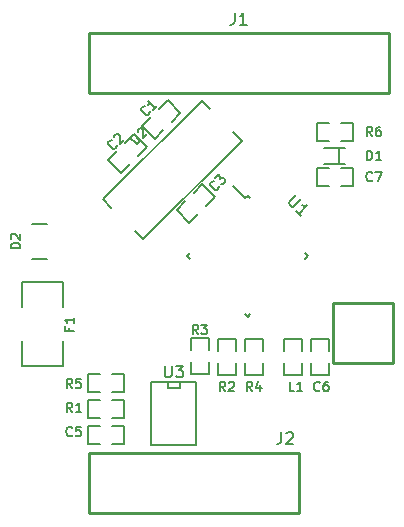
<source format=gbr>
G04 #@! TF.GenerationSoftware,KiCad,Pcbnew,5.0.2-bee76a0~70~ubuntu18.04.1*
G04 #@! TF.CreationDate,2019-03-07T19:49:32+01:00*
G04 #@! TF.ProjectId,bus-module_atmega328,6275732d-6d6f-4647-956c-655f61746d65,C*
G04 #@! TF.SameCoordinates,Original*
G04 #@! TF.FileFunction,Legend,Top*
G04 #@! TF.FilePolarity,Positive*
%FSLAX46Y46*%
G04 Gerber Fmt 4.6, Leading zero omitted, Abs format (unit mm)*
G04 Created by KiCad (PCBNEW 5.0.2-bee76a0~70~ubuntu18.04.1) date Do 07 Mär 2019 19:49:32 CET*
%MOMM*%
%LPD*%
G01*
G04 APERTURE LIST*
%ADD10C,0.150000*%
%ADD11C,0.254000*%
G04 APERTURE END LIST*
D10*
G04 #@! TO.C,U1*
X100520190Y-93603286D02*
X99512563Y-92595658D01*
X105876524Y-98500000D02*
X105646714Y-98270190D01*
X100750000Y-103626524D02*
X100520190Y-103396714D01*
X95623476Y-98500000D02*
X95853286Y-98729810D01*
X100750000Y-93373476D02*
X100979810Y-93603286D01*
X95623476Y-98500000D02*
X95853286Y-98270190D01*
X100750000Y-103626524D02*
X100979810Y-103396714D01*
X105876524Y-98500000D02*
X105646714Y-98729810D01*
X100750000Y-93373476D02*
X100520190Y-93603286D01*
G04 #@! TO.C,C3*
X97976965Y-93500666D02*
X97258545Y-94219086D01*
X96899334Y-92423035D02*
X97976965Y-93500666D01*
X96180914Y-93141455D02*
X96899334Y-92423035D01*
X94744073Y-94578296D02*
X95462493Y-93859876D01*
X95821704Y-95655927D02*
X94744073Y-94578296D01*
X96540124Y-94937507D02*
X95821704Y-95655927D01*
G04 #@! TO.C,C6*
X106101000Y-108556000D02*
X106101000Y-107540000D01*
X107625000Y-108556000D02*
X106101000Y-108556000D01*
X107625000Y-107540000D02*
X107625000Y-108556000D01*
X107625000Y-105508000D02*
X107625000Y-106524000D01*
X106101000Y-105508000D02*
X107625000Y-105508000D01*
X106101000Y-106524000D02*
X106101000Y-105508000D01*
G04 #@! TO.C,C5*
X90251500Y-114372000D02*
X89235500Y-114372000D01*
X90251500Y-112848000D02*
X90251500Y-114372000D01*
X89235500Y-112848000D02*
X90251500Y-112848000D01*
X87203500Y-112848000D02*
X88219500Y-112848000D01*
X87203500Y-114372000D02*
X87203500Y-112848000D01*
X88219500Y-114372000D02*
X87203500Y-114372000D01*
G04 #@! TO.C,C7*
X109657000Y-92554000D02*
X108641000Y-92554000D01*
X109657000Y-91030000D02*
X109657000Y-92554000D01*
X108641000Y-91030000D02*
X109657000Y-91030000D01*
X106609000Y-91030000D02*
X107625000Y-91030000D01*
X106609000Y-92554000D02*
X106609000Y-91030000D01*
X107625000Y-92554000D02*
X106609000Y-92554000D01*
G04 #@! TO.C,C2*
X92191446Y-89271185D02*
X91473026Y-89989605D01*
X91113815Y-88193554D02*
X92191446Y-89271185D01*
X90395395Y-88911974D02*
X91113815Y-88193554D01*
X88958554Y-90348815D02*
X89676974Y-89630395D01*
X90036185Y-91426446D02*
X88958554Y-90348815D01*
X90754605Y-90708026D02*
X90036185Y-91426446D01*
G04 #@! TO.C,C1*
X91832073Y-87475296D02*
X92550493Y-86756876D01*
X92909704Y-88552927D02*
X91832073Y-87475296D01*
X93628124Y-87834507D02*
X92909704Y-88552927D01*
X95064965Y-86397666D02*
X94346545Y-87116086D01*
X93987334Y-85320035D02*
X95064965Y-86397666D01*
X93268914Y-86038455D02*
X93987334Y-85320035D01*
G04 #@! TO.C,L1*
X105339000Y-105508000D02*
X105339000Y-106524000D01*
X103815000Y-105508000D02*
X105339000Y-105508000D01*
X103815000Y-106524000D02*
X103815000Y-105508000D01*
X103815000Y-108556000D02*
X103815000Y-107540000D01*
X105339000Y-108556000D02*
X103815000Y-108556000D01*
X105339000Y-107540000D02*
X105339000Y-108556000D01*
G04 #@! TO.C,R4*
X100488000Y-108534000D02*
X100488000Y-107518000D01*
X102012000Y-108534000D02*
X100488000Y-108534000D01*
X102012000Y-107518000D02*
X102012000Y-108534000D01*
X102012000Y-105486000D02*
X102012000Y-106502000D01*
X100488000Y-105486000D02*
X102012000Y-105486000D01*
X100488000Y-106502000D02*
X100488000Y-105486000D01*
G04 #@! TO.C,R2*
X98238000Y-108534000D02*
X98238000Y-107518000D01*
X99762000Y-108534000D02*
X98238000Y-108534000D01*
X99762000Y-107518000D02*
X99762000Y-108534000D01*
X99762000Y-105486000D02*
X99762000Y-106502000D01*
X98238000Y-105486000D02*
X99762000Y-105486000D01*
X98238000Y-106502000D02*
X98238000Y-105486000D01*
G04 #@! TO.C,R3*
X95988000Y-108486500D02*
X95988000Y-107470500D01*
X97512000Y-108486500D02*
X95988000Y-108486500D01*
X97512000Y-107470500D02*
X97512000Y-108486500D01*
X97512000Y-105438500D02*
X97512000Y-106454500D01*
X95988000Y-105438500D02*
X97512000Y-105438500D01*
X95988000Y-106454500D02*
X95988000Y-105438500D01*
G04 #@! TO.C,U3*
X96405000Y-114477000D02*
X92595000Y-114477000D01*
X93992000Y-109651000D02*
X93992000Y-109143000D01*
X95008000Y-109651000D02*
X93992000Y-109651000D01*
X95008000Y-109143000D02*
X95008000Y-109651000D01*
X96405000Y-109143000D02*
X92722000Y-109143000D01*
X96405000Y-114477000D02*
X96405000Y-109143000D01*
X92595000Y-109143000D02*
X92595000Y-114477000D01*
X92722000Y-109143000D02*
X92595000Y-109143000D01*
D11*
G04 #@! TO.C,J1*
X87305000Y-84680000D02*
X112705000Y-84680000D01*
X87305000Y-79600000D02*
X112705000Y-79600000D01*
X112705000Y-79600000D02*
X112705000Y-84680000D01*
X87305000Y-84680000D02*
X87305000Y-79600000D01*
D10*
G04 #@! TO.C,R6*
X106609000Y-87220000D02*
X107625000Y-87220000D01*
X106609000Y-88744000D02*
X106609000Y-87220000D01*
X107625000Y-88744000D02*
X106609000Y-88744000D01*
X109657000Y-88744000D02*
X108641000Y-88744000D01*
X109657000Y-87220000D02*
X109657000Y-88744000D01*
X108641000Y-87220000D02*
X109657000Y-87220000D01*
G04 #@! TO.C,R5*
X90299000Y-109972000D02*
X89283000Y-109972000D01*
X90299000Y-108448000D02*
X90299000Y-109972000D01*
X89283000Y-108448000D02*
X90299000Y-108448000D01*
X87251000Y-108448000D02*
X88267000Y-108448000D01*
X87251000Y-109972000D02*
X87251000Y-108448000D01*
X88267000Y-109972000D02*
X87251000Y-109972000D01*
G04 #@! TO.C,R1*
X90251500Y-112172000D02*
X89235500Y-112172000D01*
X90251500Y-110648000D02*
X90251500Y-112172000D01*
X89235500Y-110648000D02*
X90251500Y-110648000D01*
X87203500Y-110648000D02*
X88219500Y-110648000D01*
X87203500Y-112172000D02*
X87203500Y-110648000D01*
X88219500Y-112172000D02*
X87203500Y-112172000D01*
G04 #@! TO.C,D1*
X109032160Y-90689640D02*
X107233840Y-90689640D01*
X107233840Y-89338360D02*
X109032160Y-89338360D01*
X108483520Y-89338360D02*
X108483520Y-90689640D01*
G04 #@! TO.C,F1*
X85120600Y-107768600D02*
X85120600Y-105685800D01*
X81640800Y-107768600D02*
X85120600Y-107768600D01*
X81640800Y-105685800D02*
X81640800Y-107768600D01*
X85120600Y-100682000D02*
X85120600Y-102764800D01*
X81640800Y-100682000D02*
X85120600Y-100682000D01*
X81640800Y-102764800D02*
X81640800Y-100682000D01*
G04 #@! TO.C,D2*
X82464000Y-98753000D02*
X83764000Y-98753000D01*
X82464000Y-95753000D02*
X83764000Y-95753000D01*
G04 #@! TO.C,U2*
X91904835Y-97074701D02*
X100249289Y-88730247D01*
X96854753Y-85335711D02*
X88510299Y-93680165D01*
X88510299Y-93680165D02*
X89217943Y-94387809D01*
X91904835Y-97074701D02*
X91197191Y-96367057D01*
X100249289Y-88730247D02*
X99541645Y-88022603D01*
X96854753Y-85335711D02*
X97562397Y-86043355D01*
D11*
G04 #@! TO.C,H1*
X113040000Y-102460000D02*
X107960000Y-102460000D01*
X107960000Y-102460000D02*
X107960000Y-107540000D01*
X107960000Y-107540000D02*
X113040000Y-107540000D01*
X113040000Y-107540000D02*
X113040000Y-102460000D01*
G04 #@! TO.C,J2*
X87305000Y-120240000D02*
X105085000Y-120240000D01*
X105085000Y-115160000D02*
X87305000Y-115160000D01*
X105085000Y-115160000D02*
X105085000Y-120240000D01*
X87305000Y-120240000D02*
X87305000Y-115160000D01*
G04 #@! TO.C,U1*
D10*
X104876473Y-93296030D02*
X104304053Y-93868450D01*
X104270381Y-93969465D01*
X104270381Y-94036809D01*
X104304053Y-94137824D01*
X104438740Y-94272511D01*
X104539755Y-94306183D01*
X104607099Y-94306183D01*
X104708114Y-94272511D01*
X105280534Y-93700091D01*
X105280534Y-95114305D02*
X104876473Y-94710244D01*
X105078503Y-94912274D02*
X105785610Y-94205168D01*
X105617251Y-94238839D01*
X105482564Y-94238839D01*
X105381549Y-94205168D01*
G04 #@! TO.C,C3*
X98334749Y-92596311D02*
X98334749Y-92650186D01*
X98280874Y-92757935D01*
X98226999Y-92811810D01*
X98119250Y-92865685D01*
X98011500Y-92865685D01*
X97930688Y-92838748D01*
X97796001Y-92757935D01*
X97715189Y-92677123D01*
X97634377Y-92542436D01*
X97607439Y-92461624D01*
X97607439Y-92353874D01*
X97661314Y-92246125D01*
X97715189Y-92192250D01*
X97822938Y-92138375D01*
X97876813Y-92138375D01*
X98011500Y-91895938D02*
X98361687Y-91545752D01*
X98388624Y-91949813D01*
X98469436Y-91869001D01*
X98550248Y-91842064D01*
X98604123Y-91842064D01*
X98684935Y-91869001D01*
X98819622Y-92003688D01*
X98846560Y-92084500D01*
X98846560Y-92138375D01*
X98819622Y-92219187D01*
X98657998Y-92380812D01*
X98577186Y-92407749D01*
X98523311Y-92407749D01*
G04 #@! TO.C,C6*
X106856666Y-109857714D02*
X106818571Y-109895809D01*
X106704285Y-109933904D01*
X106628095Y-109933904D01*
X106513809Y-109895809D01*
X106437619Y-109819619D01*
X106399523Y-109743428D01*
X106361428Y-109591047D01*
X106361428Y-109476761D01*
X106399523Y-109324380D01*
X106437619Y-109248190D01*
X106513809Y-109172000D01*
X106628095Y-109133904D01*
X106704285Y-109133904D01*
X106818571Y-109172000D01*
X106856666Y-109210095D01*
X107542380Y-109133904D02*
X107390000Y-109133904D01*
X107313809Y-109172000D01*
X107275714Y-109210095D01*
X107199523Y-109324380D01*
X107161428Y-109476761D01*
X107161428Y-109781523D01*
X107199523Y-109857714D01*
X107237619Y-109895809D01*
X107313809Y-109933904D01*
X107466190Y-109933904D01*
X107542380Y-109895809D01*
X107580476Y-109857714D01*
X107618571Y-109781523D01*
X107618571Y-109591047D01*
X107580476Y-109514857D01*
X107542380Y-109476761D01*
X107466190Y-109438666D01*
X107313809Y-109438666D01*
X107237619Y-109476761D01*
X107199523Y-109514857D01*
X107161428Y-109591047D01*
G04 #@! TO.C,C5*
X85901666Y-113667714D02*
X85863571Y-113705809D01*
X85749285Y-113743904D01*
X85673095Y-113743904D01*
X85558809Y-113705809D01*
X85482619Y-113629619D01*
X85444523Y-113553428D01*
X85406428Y-113401047D01*
X85406428Y-113286761D01*
X85444523Y-113134380D01*
X85482619Y-113058190D01*
X85558809Y-112982000D01*
X85673095Y-112943904D01*
X85749285Y-112943904D01*
X85863571Y-112982000D01*
X85901666Y-113020095D01*
X86625476Y-112943904D02*
X86244523Y-112943904D01*
X86206428Y-113324857D01*
X86244523Y-113286761D01*
X86320714Y-113248666D01*
X86511190Y-113248666D01*
X86587380Y-113286761D01*
X86625476Y-113324857D01*
X86663571Y-113401047D01*
X86663571Y-113591523D01*
X86625476Y-113667714D01*
X86587380Y-113705809D01*
X86511190Y-113743904D01*
X86320714Y-113743904D01*
X86244523Y-113705809D01*
X86206428Y-113667714D01*
G04 #@! TO.C,C7*
X111301666Y-92077714D02*
X111263571Y-92115809D01*
X111149285Y-92153904D01*
X111073095Y-92153904D01*
X110958809Y-92115809D01*
X110882619Y-92039619D01*
X110844523Y-91963428D01*
X110806428Y-91811047D01*
X110806428Y-91696761D01*
X110844523Y-91544380D01*
X110882619Y-91468190D01*
X110958809Y-91392000D01*
X111073095Y-91353904D01*
X111149285Y-91353904D01*
X111263571Y-91392000D01*
X111301666Y-91430095D01*
X111568333Y-91353904D02*
X112101666Y-91353904D01*
X111758809Y-92153904D01*
G04 #@! TO.C,C2*
X89694921Y-89118483D02*
X89694921Y-89172358D01*
X89641046Y-89280107D01*
X89587171Y-89333982D01*
X89479422Y-89387857D01*
X89371672Y-89387857D01*
X89290860Y-89360920D01*
X89156173Y-89280107D01*
X89075361Y-89199295D01*
X88994549Y-89064608D01*
X88967611Y-88983796D01*
X88967611Y-88876046D01*
X89021486Y-88768297D01*
X89075361Y-88714422D01*
X89183110Y-88660547D01*
X89236985Y-88660547D01*
X89452484Y-88445048D02*
X89452484Y-88391173D01*
X89479422Y-88310361D01*
X89614109Y-88175674D01*
X89694921Y-88148736D01*
X89748796Y-88148736D01*
X89829608Y-88175674D01*
X89883483Y-88229549D01*
X89937358Y-88337298D01*
X89937358Y-88983796D01*
X90287544Y-88633610D01*
G04 #@! TO.C,C1*
X92492749Y-86246311D02*
X92492749Y-86300186D01*
X92438874Y-86407935D01*
X92384999Y-86461810D01*
X92277250Y-86515685D01*
X92169500Y-86515685D01*
X92088688Y-86488748D01*
X91954001Y-86407935D01*
X91873189Y-86327123D01*
X91792377Y-86192436D01*
X91765439Y-86111624D01*
X91765439Y-86003874D01*
X91819314Y-85896125D01*
X91873189Y-85842250D01*
X91980938Y-85788375D01*
X92034813Y-85788375D01*
X93085372Y-85761438D02*
X92762123Y-86084687D01*
X92923748Y-85923062D02*
X92358062Y-85357377D01*
X92385000Y-85492064D01*
X92385000Y-85599813D01*
X92358062Y-85680625D01*
G04 #@! TO.C,L1*
X104697666Y-109933904D02*
X104316714Y-109933904D01*
X104316714Y-109133904D01*
X105383380Y-109933904D02*
X104926238Y-109933904D01*
X105154809Y-109933904D02*
X105154809Y-109133904D01*
X105078619Y-109248190D01*
X105002428Y-109324380D01*
X104926238Y-109362476D01*
G04 #@! TO.C,R4*
X101141666Y-109933904D02*
X100875000Y-109552952D01*
X100684523Y-109933904D02*
X100684523Y-109133904D01*
X100989285Y-109133904D01*
X101065476Y-109172000D01*
X101103571Y-109210095D01*
X101141666Y-109286285D01*
X101141666Y-109400571D01*
X101103571Y-109476761D01*
X101065476Y-109514857D01*
X100989285Y-109552952D01*
X100684523Y-109552952D01*
X101827380Y-109400571D02*
X101827380Y-109933904D01*
X101636904Y-109095809D02*
X101446428Y-109667238D01*
X101941666Y-109667238D01*
G04 #@! TO.C,R2*
X98855666Y-109933904D02*
X98589000Y-109552952D01*
X98398523Y-109933904D02*
X98398523Y-109133904D01*
X98703285Y-109133904D01*
X98779476Y-109172000D01*
X98817571Y-109210095D01*
X98855666Y-109286285D01*
X98855666Y-109400571D01*
X98817571Y-109476761D01*
X98779476Y-109514857D01*
X98703285Y-109552952D01*
X98398523Y-109552952D01*
X99160428Y-109210095D02*
X99198523Y-109172000D01*
X99274714Y-109133904D01*
X99465190Y-109133904D01*
X99541380Y-109172000D01*
X99579476Y-109210095D01*
X99617571Y-109286285D01*
X99617571Y-109362476D01*
X99579476Y-109476761D01*
X99122333Y-109933904D01*
X99617571Y-109933904D01*
G04 #@! TO.C,R3*
X96569666Y-105107904D02*
X96303000Y-104726952D01*
X96112523Y-105107904D02*
X96112523Y-104307904D01*
X96417285Y-104307904D01*
X96493476Y-104346000D01*
X96531571Y-104384095D01*
X96569666Y-104460285D01*
X96569666Y-104574571D01*
X96531571Y-104650761D01*
X96493476Y-104688857D01*
X96417285Y-104726952D01*
X96112523Y-104726952D01*
X96836333Y-104307904D02*
X97331571Y-104307904D01*
X97064904Y-104612666D01*
X97179190Y-104612666D01*
X97255380Y-104650761D01*
X97293476Y-104688857D01*
X97331571Y-104765047D01*
X97331571Y-104955523D01*
X97293476Y-105031714D01*
X97255380Y-105069809D01*
X97179190Y-105107904D01*
X96950619Y-105107904D01*
X96874428Y-105069809D01*
X96836333Y-105031714D01*
G04 #@! TO.C,U3*
X93738095Y-107762380D02*
X93738095Y-108571904D01*
X93785714Y-108667142D01*
X93833333Y-108714761D01*
X93928571Y-108762380D01*
X94119047Y-108762380D01*
X94214285Y-108714761D01*
X94261904Y-108667142D01*
X94309523Y-108571904D01*
X94309523Y-107762380D01*
X94690476Y-107762380D02*
X95309523Y-107762380D01*
X94976190Y-108143333D01*
X95119047Y-108143333D01*
X95214285Y-108190952D01*
X95261904Y-108238571D01*
X95309523Y-108333809D01*
X95309523Y-108571904D01*
X95261904Y-108667142D01*
X95214285Y-108714761D01*
X95119047Y-108762380D01*
X94833333Y-108762380D01*
X94738095Y-108714761D01*
X94690476Y-108667142D01*
G04 #@! TO.C,J1*
X99671666Y-77892380D02*
X99671666Y-78606666D01*
X99624047Y-78749523D01*
X99528809Y-78844761D01*
X99385952Y-78892380D01*
X99290714Y-78892380D01*
X100671666Y-78892380D02*
X100100238Y-78892380D01*
X100385952Y-78892380D02*
X100385952Y-77892380D01*
X100290714Y-78035238D01*
X100195476Y-78130476D01*
X100100238Y-78178095D01*
G04 #@! TO.C,R6*
X111301666Y-88343904D02*
X111035000Y-87962952D01*
X110844523Y-88343904D02*
X110844523Y-87543904D01*
X111149285Y-87543904D01*
X111225476Y-87582000D01*
X111263571Y-87620095D01*
X111301666Y-87696285D01*
X111301666Y-87810571D01*
X111263571Y-87886761D01*
X111225476Y-87924857D01*
X111149285Y-87962952D01*
X110844523Y-87962952D01*
X111987380Y-87543904D02*
X111835000Y-87543904D01*
X111758809Y-87582000D01*
X111720714Y-87620095D01*
X111644523Y-87734380D01*
X111606428Y-87886761D01*
X111606428Y-88191523D01*
X111644523Y-88267714D01*
X111682619Y-88305809D01*
X111758809Y-88343904D01*
X111911190Y-88343904D01*
X111987380Y-88305809D01*
X112025476Y-88267714D01*
X112063571Y-88191523D01*
X112063571Y-88001047D01*
X112025476Y-87924857D01*
X111987380Y-87886761D01*
X111911190Y-87848666D01*
X111758809Y-87848666D01*
X111682619Y-87886761D01*
X111644523Y-87924857D01*
X111606428Y-88001047D01*
G04 #@! TO.C,R5*
X85901666Y-109679904D02*
X85635000Y-109298952D01*
X85444523Y-109679904D02*
X85444523Y-108879904D01*
X85749285Y-108879904D01*
X85825476Y-108918000D01*
X85863571Y-108956095D01*
X85901666Y-109032285D01*
X85901666Y-109146571D01*
X85863571Y-109222761D01*
X85825476Y-109260857D01*
X85749285Y-109298952D01*
X85444523Y-109298952D01*
X86625476Y-108879904D02*
X86244523Y-108879904D01*
X86206428Y-109260857D01*
X86244523Y-109222761D01*
X86320714Y-109184666D01*
X86511190Y-109184666D01*
X86587380Y-109222761D01*
X86625476Y-109260857D01*
X86663571Y-109337047D01*
X86663571Y-109527523D01*
X86625476Y-109603714D01*
X86587380Y-109641809D01*
X86511190Y-109679904D01*
X86320714Y-109679904D01*
X86244523Y-109641809D01*
X86206428Y-109603714D01*
G04 #@! TO.C,R1*
X85901666Y-111711904D02*
X85635000Y-111330952D01*
X85444523Y-111711904D02*
X85444523Y-110911904D01*
X85749285Y-110911904D01*
X85825476Y-110950000D01*
X85863571Y-110988095D01*
X85901666Y-111064285D01*
X85901666Y-111178571D01*
X85863571Y-111254761D01*
X85825476Y-111292857D01*
X85749285Y-111330952D01*
X85444523Y-111330952D01*
X86663571Y-111711904D02*
X86206428Y-111711904D01*
X86435000Y-111711904D02*
X86435000Y-110911904D01*
X86358809Y-111026190D01*
X86282619Y-111102380D01*
X86206428Y-111140476D01*
G04 #@! TO.C,D1*
X110844523Y-90375904D02*
X110844523Y-89575904D01*
X111035000Y-89575904D01*
X111149285Y-89614000D01*
X111225476Y-89690190D01*
X111263571Y-89766380D01*
X111301666Y-89918761D01*
X111301666Y-90033047D01*
X111263571Y-90185428D01*
X111225476Y-90261619D01*
X111149285Y-90337809D01*
X111035000Y-90375904D01*
X110844523Y-90375904D01*
X112063571Y-90375904D02*
X111606428Y-90375904D01*
X111835000Y-90375904D02*
X111835000Y-89575904D01*
X111758809Y-89690190D01*
X111682619Y-89766380D01*
X111606428Y-89804476D01*
G04 #@! TO.C,F1*
X85647657Y-104555466D02*
X85647657Y-104822133D01*
X86066704Y-104822133D02*
X85266704Y-104822133D01*
X85266704Y-104441180D01*
X86066704Y-103717371D02*
X86066704Y-104174514D01*
X86066704Y-103945942D02*
X85266704Y-103945942D01*
X85380990Y-104022133D01*
X85457180Y-104098323D01*
X85495276Y-104174514D01*
G04 #@! TO.C,D2*
X81475904Y-97843476D02*
X80675904Y-97843476D01*
X80675904Y-97653000D01*
X80714000Y-97538714D01*
X80790190Y-97462523D01*
X80866380Y-97424428D01*
X81018761Y-97386333D01*
X81133047Y-97386333D01*
X81285428Y-97424428D01*
X81361619Y-97462523D01*
X81437809Y-97538714D01*
X81475904Y-97653000D01*
X81475904Y-97843476D01*
X80752095Y-97081571D02*
X80714000Y-97043476D01*
X80675904Y-96967285D01*
X80675904Y-96776809D01*
X80714000Y-96700619D01*
X80752095Y-96662523D01*
X80828285Y-96624428D01*
X80904476Y-96624428D01*
X81018761Y-96662523D01*
X81475904Y-97119666D01*
X81475904Y-96624428D01*
G04 #@! TO.C,U2*
X90810234Y-88497643D02*
X91268170Y-88955579D01*
X91348982Y-88982516D01*
X91402857Y-88982516D01*
X91483669Y-88955579D01*
X91591419Y-88847829D01*
X91618356Y-88767017D01*
X91618356Y-88713142D01*
X91591419Y-88632330D01*
X91133483Y-88174394D01*
X91429794Y-87985832D02*
X91429794Y-87931957D01*
X91456732Y-87851145D01*
X91591419Y-87716458D01*
X91672231Y-87689521D01*
X91726106Y-87689521D01*
X91806918Y-87716458D01*
X91860793Y-87770333D01*
X91914667Y-87878083D01*
X91914667Y-88524580D01*
X92264854Y-88174394D01*
G04 #@! TO.C,J2*
X103611666Y-113402380D02*
X103611666Y-114116666D01*
X103564047Y-114259523D01*
X103468809Y-114354761D01*
X103325952Y-114402380D01*
X103230714Y-114402380D01*
X104040238Y-113497619D02*
X104087857Y-113450000D01*
X104183095Y-113402380D01*
X104421190Y-113402380D01*
X104516428Y-113450000D01*
X104564047Y-113497619D01*
X104611666Y-113592857D01*
X104611666Y-113688095D01*
X104564047Y-113830952D01*
X103992619Y-114402380D01*
X104611666Y-114402380D01*
G04 #@! TD*
M02*

</source>
